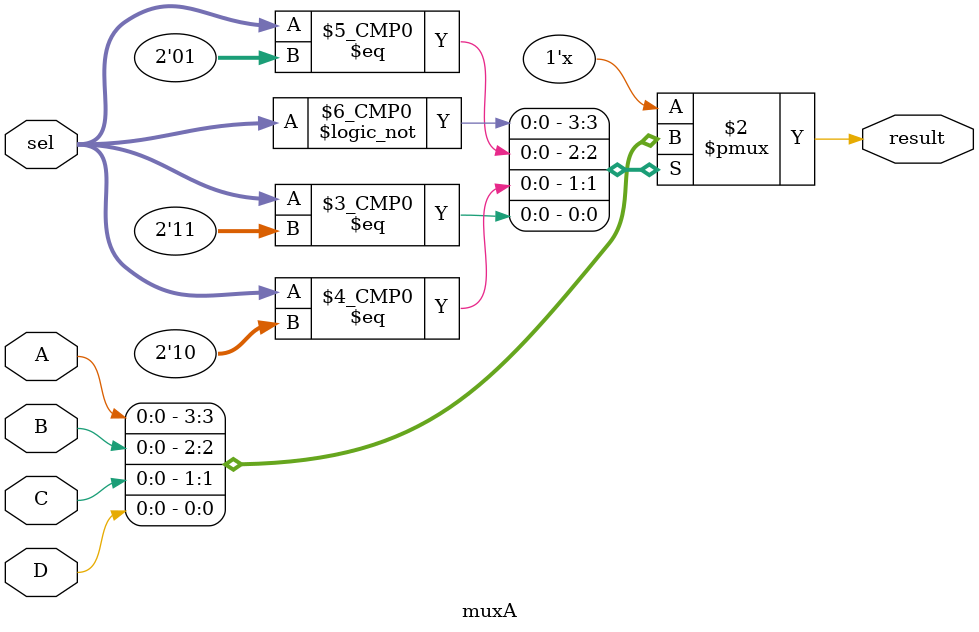
<source format=sv>
module mtr_drv(clk, rst_n, duty, selGrn, selYlw, selBlu, highGrn, lowGrn, highYlw, lowYlw, highBlu, lowBlu);

input clk, rst_n;
input [10:0] duty;
input [1:0]selGrn, selYlw, selBlu;
output logic highGrn, lowGrn, highYlw, lowYlw, highBlu, lowBlu;

logic PWM_sig;
logic highGrn_in, lowGrn_in;
logic highYlw_in, lowYlw_in;
logic highBlu_in, lowBlu_in;

PWM11 pwm(.clk(clk), .rst_n(rst_n), .duty(duty), .PWM_sig(PWM_sig));

nonoverlap n1(.clk(clk), .rst_n(rst_n), .highIn(highBlu_in), .lowIn(lowBlu_in), .highOut(highBlu), .lowOut(lowBlu));
nonoverlap n2(.clk(clk), .rst_n(rst_n), .highIn(highGrn_in), .lowIn(lowGrn_in), .highOut(highGrn), .lowOut(lowGrn));
nonoverlap n3(.clk(clk), .rst_n(rst_n), .highIn(highYlw_in), .lowIn(lowYlw_in), .highOut(highYlw), .lowOut(lowYlw));

muxA mux_selGrn(.A(1'b0), .B(~PWM_sig), .C(PWM_sig), .D(1'b0), .sel(selGrn), .result(highGrn_in));
muxA mux_selYlw(.A(1'b0), .B(~PWM_sig), .C(PWM_sig), .D(1'b0), .sel(selYlw), .result(highYlw_in));
muxA mux_selBlu(.A(1'b0), .B(~PWM_sig), .C(PWM_sig), .D(1'b0), .sel(selBlu), .result(highBlu_in));

muxA mux_selGrn2(.A(1'b0), .B(PWM_sig), .C(~PWM_sig), .D(PWM_sig), .sel(selGrn), .result(lowGrn_in));
muxA mux_selYlw2(.A(1'b0), .B(PWM_sig), .C(~PWM_sig), .D(PWM_sig), .sel(selYlw), .result(lowYlw_in));
muxA mux_selBlu2(.A(1'b0), .B(PWM_sig), .C(~PWM_sig), .D(PWM_sig), .sel(selBlu), .result(lowBlu_in));




endmodule

module muxA(A, B, C, D, sel, result);
input A, B, C, D;
input [1:0] sel;
output reg result;

always_comb begin
	case(sel)
	2'b00: begin
	result = A;
	end
	2'b01: begin
	result = B;
	end
	2'b10: begin
	result = C;
	end
	2'b11: begin
	result = D;
	end
	endcase
end
endmodule

</source>
